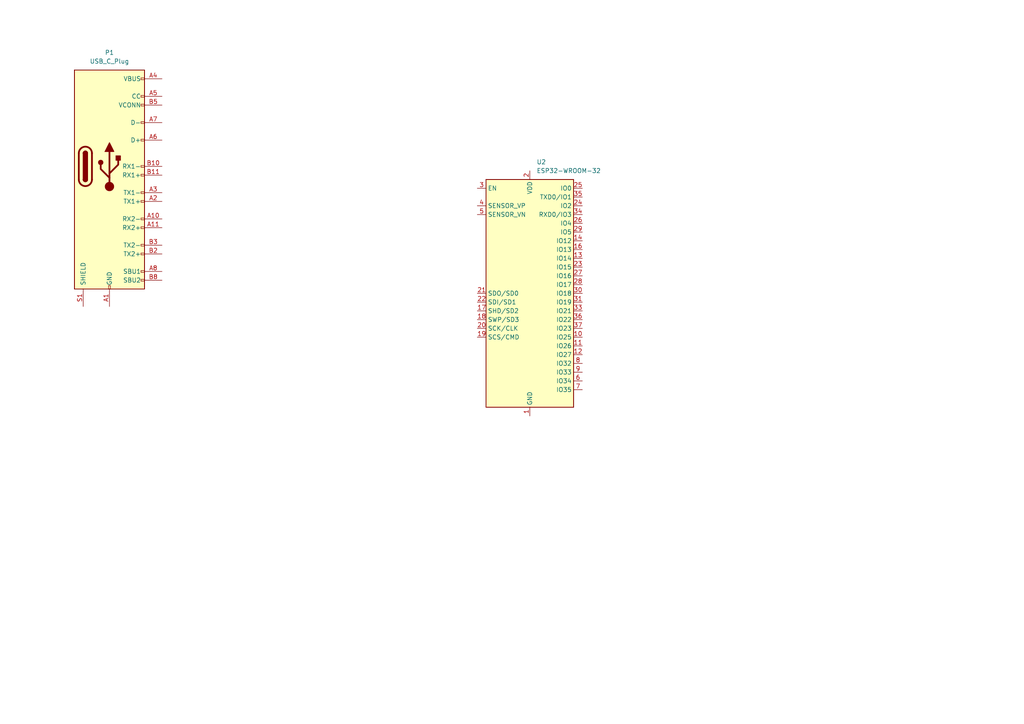
<source format=kicad_sch>
(kicad_sch (version 20230121) (generator eeschema)
  (paper "A4")
  (lib_symbols
    (symbol "Connector:USB_C_Plug" (pin_names (offset 1.016))
      (property "Reference" "P" (at -10.16 29.21 0))
      (property "Value" "USB_C_Plug" (at 10.16 29.21 0))
      (symbol "USB_C_Plug_0_0"
        (rectangle (start -0.254 -35.56) (end 0.254 -34.544))
        (rectangle (start 10.16 -32.766) (end 9.144 -33.274))
        (rectangle (start 10.16 -30.226) (end 9.144 -30.734))
        (rectangle (start 10.16 -25.146) (end 9.144 -25.654))
        (rectangle (start 10.16 -22.606) (end 9.144 -23.114))
        (rectangle (start 10.16 -17.526) (end 9.144 -18.034))
        (rectangle (start 10.16 -14.986) (end 9.144 -15.494))
        (rectangle (start 10.16 -9.906) (end 9.144 -10.414))
        (rectangle (start 10.16 -7.366) (end 9.144 -7.874))
        (rectangle (start 10.16 -2.286) (end 9.144 -2.794))
        (rectangle (start 10.16 0.254) (end 9.144 -0.254))
        (rectangle (start 10.16 7.874) (end 9.144 7.366))
        (rectangle (start 10.16 12.954) (end 9.144 12.446))
        (rectangle (start 10.16 18.034) (end 9.144 17.526))
        (rectangle (start 10.16 20.574) (end 9.144 20.066))
        (rectangle (start 10.16 25.654) (end 9.144 25.146))
      )
      (symbol "USB_C_Plug_0_1"
        (rectangle (start -10.16 27.94) (end 10.16 -35.56) (stroke (width 0.254)) (fill (type background)))
        (arc (start -8.89 -3.81) (mid -6.985 -5.7067) (end -5.08 -3.81) (stroke (width 0.508)))
        (arc (start -7.62 -3.81) (mid -6.985 -4.4423) (end -6.35 -3.81) (stroke (width 0.254)))
        (arc (start -7.62 -3.81) (mid -6.985 -4.4423) (end -6.35 -3.81) (stroke (width 0.254)) (fill (type outline)))
        (rectangle (start -7.62 -3.81) (end -6.35 3.81) (stroke (width 0.254)) (fill (type outline)))
        (arc (start -6.35 3.81) (mid -6.985 4.4423) (end -7.62 3.81) (stroke (width 0.254)))
        (arc (start -6.35 3.81) (mid -6.985 4.4423) (end -7.62 3.81) (stroke (width 0.254)) (fill (type outline)))
        (arc (start -5.08 3.81) (mid -6.985 5.7067) (end -8.89 3.81) (stroke (width 0.508)))
        (polyline (pts (xy -8.89 -3.81) (xy -8.89 3.81)) (stroke (width 0.508)))
        (polyline (pts (xy -5.08 3.81) (xy -5.08 -3.81)) (stroke (width 0.508)))
      )
      (symbol "USB_C_Plug_1_1"
        (circle (center -2.54 1.143) (radius 0.635) (stroke (width 0.254)) (fill (type outline)))
        (circle (center 0 -5.842) (radius 1.27) (fill (type outline)))
        (polyline (pts (xy 0 -5.842) (xy 0 4.318)) (stroke (width 0.508)))
        (polyline (pts (xy 0 -3.302) (xy -2.54 -0.762) (xy -2.54 0.508)) (stroke (width 0.508)))
        (polyline (pts (xy 0 -2.032) (xy 2.54 0.508) (xy 2.54 1.778)) (stroke (width 0.508)))
        (polyline (pts (xy -1.27 4.318) (xy 0 6.858) (xy 1.27 4.318) (xy -1.27 4.318)) (stroke (width 0.254)) (fill (type outline)))
        (rectangle (start 1.905 1.778) (end 3.175 3.048) (stroke (width 0.254)) (fill (type outline)))
        (pin passive line (at 0 -40.64 90) (length 5.08) (name "GND") (number "A1"))
        (pin bidirectional line (at 15.24 -15.24 180) (length 5.08) (name "RX2-") (number "A10"))
        (pin bidirectional line (at 15.24 -17.78 180) (length 5.08) (name "RX2+") (number "A11"))
        (pin passive line (at 0 -40.64 90) (length 5.08) hide (name "GND") (number "A12"))
        (pin bidirectional line (at 15.24 -10.16 180) (length 5.08) (name "TX1+") (number "A2"))
        (pin bidirectional line (at 15.24 -7.62 180) (length 5.08) (name "TX1-") (number "A3"))
        (pin passive line (at 15.24 25.4 180) (length 5.08) (name "VBUS") (number "A4"))
        (pin bidirectional line (at 15.24 20.32 180) (length 5.08) (name "CC") (number "A5"))
        (pin bidirectional line (at 15.24 7.62 180) (length 5.08) (name "D+") (number "A6"))
        (pin bidirectional line (at 15.24 12.7 180) (length 5.08) (name "D-") (number "A7"))
        (pin bidirectional line (at 15.24 -30.48 180) (length 5.08) (name "SBU1") (number "A8"))
        (pin passive line (at 15.24 25.4 180) (length 5.08) hide (name "VBUS") (number "A9"))
        (pin passive line (at 0 -40.64 90) (length 5.08) hide (name "GND") (number "B1"))
        (pin bidirectional line (at 15.24 0 180) (length 5.08) (name "RX1-") (number "B10"))
        (pin bidirectional line (at 15.24 -2.54 180) (length 5.08) (name "RX1+") (number "B11"))
        (pin passive line (at 0 -40.64 90) (length 5.08) hide (name "GND") (number "B12"))
        (pin bidirectional line (at 15.24 -25.4 180) (length 5.08) (name "TX2+") (number "B2"))
        (pin bidirectional line (at 15.24 -22.86 180) (length 5.08) (name "TX2-") (number "B3"))
        (pin passive line (at 15.24 25.4 180) (length 5.08) hide (name "VBUS") (number "B4"))
        (pin bidirectional line (at 15.24 17.78 180) (length 5.08) (name "VCONN") (number "B5"))
        (pin bidirectional line (at 15.24 -33.02 180) (length 5.08) (name "SBU2") (number "B8"))
        (pin passive line (at 15.24 25.4 180) (length 5.08) hide (name "VBUS") (number "B9"))
        (pin passive line (at -7.62 -40.64 90) (length 5.08) (name "SHIELD") (number "S1"))
      )
    )
    (symbol "RF_Module:ESP32-WROOM-32"
      (property "Reference" "U" (at -12.7 34.29 0))
      (property "Value" "ESP32-WROOM-32" (at 1.27 34.29 0))
      (symbol "ESP32-WROOM-32_0_1"
        (rectangle (start -12.7 33.02) (end 12.7 -33.02) (stroke (width 0.254)) (fill (type background)))
      )
      (symbol "ESP32-WROOM-32_1_1"
        (pin power_in line (at 0 -35.56 90) (length 2.54) (name "GND") (number "1"))
        (pin bidirectional line (at 15.24 -12.7 180) (length 2.54) (name "IO25") (number "10"))
        (pin bidirectional line (at 15.24 -15.24 180) (length 2.54) (name "IO26") (number "11"))
        (pin bidirectional line (at 15.24 -17.78 180) (length 2.54) (name "IO27") (number "12"))
        (pin bidirectional line (at 15.24 10.16 180) (length 2.54) (name "IO14") (number "13"))
        (pin bidirectional line (at 15.24 15.24 180) (length 2.54) (name "IO12") (number "14"))
        (pin passive line (at 0 -35.56 90) (length 2.54) hide (name "GND") (number "15"))
        (pin bidirectional line (at 15.24 12.7 180) (length 2.54) (name "IO13") (number "16"))
        (pin bidirectional line (at -15.24 -5.08 0) (length 2.54) (name "SHD/SD2") (number "17"))
        (pin bidirectional line (at -15.24 -7.62 0) (length 2.54) (name "SWP/SD3") (number "18"))
        (pin bidirectional line (at -15.24 -12.7 0) (length 2.54) (name "SCS/CMD") (number "19"))
        (pin power_in line (at 0 35.56 270) (length 2.54) (name "VDD") (number "2"))
        (pin bidirectional line (at -15.24 -10.16 0) (length 2.54) (name "SCK/CLK") (number "20"))
        (pin bidirectional line (at -15.24 0 0) (length 2.54) (name "SDO/SD0") (number "21"))
        (pin bidirectional line (at -15.24 -2.54 0) (length 2.54) (name "SDI/SD1") (number "22"))
        (pin bidirectional line (at 15.24 7.62 180) (length 2.54) (name "IO15") (number "23"))
        (pin bidirectional line (at 15.24 25.4 180) (length 2.54) (name "IO2") (number "24"))
        (pin bidirectional line (at 15.24 30.48 180) (length 2.54) (name "IO0") (number "25"))
        (pin bidirectional line (at 15.24 20.32 180) (length 2.54) (name "IO4") (number "26"))
        (pin bidirectional line (at 15.24 5.08 180) (length 2.54) (name "IO16") (number "27"))
        (pin bidirectional line (at 15.24 2.54 180) (length 2.54) (name "IO17") (number "28"))
        (pin bidirectional line (at 15.24 17.78 180) (length 2.54) (name "IO5") (number "29"))
        (pin input line (at -15.24 30.48 0) (length 2.54) (name "EN") (number "3"))
        (pin bidirectional line (at 15.24 0 180) (length 2.54) (name "IO18") (number "30"))
        (pin bidirectional line (at 15.24 -2.54 180) (length 2.54) (name "IO19") (number "31"))
        (pin no_connect line (at -12.7 -27.94 0) (length 2.54) hide (name "NC") (number "32"))
        (pin bidirectional line (at 15.24 -5.08 180) (length 2.54) (name "IO21") (number "33"))
        (pin bidirectional line (at 15.24 22.86 180) (length 2.54) (name "RXD0/IO3") (number "34"))
        (pin bidirectional line (at 15.24 27.94 180) (length 2.54) (name "TXD0/IO1") (number "35"))
        (pin bidirectional line (at 15.24 -7.62 180) (length 2.54) (name "IO22") (number "36"))
        (pin bidirectional line (at 15.24 -10.16 180) (length 2.54) (name "IO23") (number "37"))
        (pin passive line (at 0 -35.56 90) (length 2.54) hide (name "GND") (number "38"))
        (pin passive line (at 0 -35.56 90) (length 2.54) hide (name "GND") (number "39"))
        (pin input line (at -15.24 25.4 0) (length 2.54) (name "SENSOR_VP") (number "4"))
        (pin input line (at -15.24 22.86 0) (length 2.54) (name "SENSOR_VN") (number "5"))
        (pin input line (at 15.24 -25.4 180) (length 2.54) (name "IO34") (number "6"))
        (pin input line (at 15.24 -27.94 180) (length 2.54) (name "IO35") (number "7"))
        (pin bidirectional line (at 15.24 -20.32 180) (length 2.54) (name "IO32") (number "8"))
        (pin bidirectional line (at 15.24 -22.86 180) (length 2.54) (name "IO33") (number "9"))
      )
    )
  )
  (symbol (lib_id "Connector:USB_C_Plug") (at 31.75 48.26 0) (unit 1)
    (property "Reference" "P1" (at 31.75 15.24 0))
    (property "Value" "USB_C_Plug" (at 31.75 17.78 0))
    (property "Datasheet" "https://www.usb.org/sites/default/files/documents/usb_type-c.zip" (effects hide))
  )
  (symbol (lib_id "RF_Module:ESP32-WROOM-32") (at 153.67 85.09 0) (unit 1)
    (property "Reference" "U2" (at 155.6259 46.99 0) (effects (justify left)))
    (property "Value" "ESP32-WROOM-32" (at 155.6259 49.53 0) (effects (justify left)))
    (property "Footprint" "RF_Module:ESP32-WROOM-32" (effects hide))
    (property "Datasheet" "https://www.espressif.com/sites/default/files/documentation/esp32-wroom-32_datasheet_en.pdf" (effects hide))
  )
)
</source>
